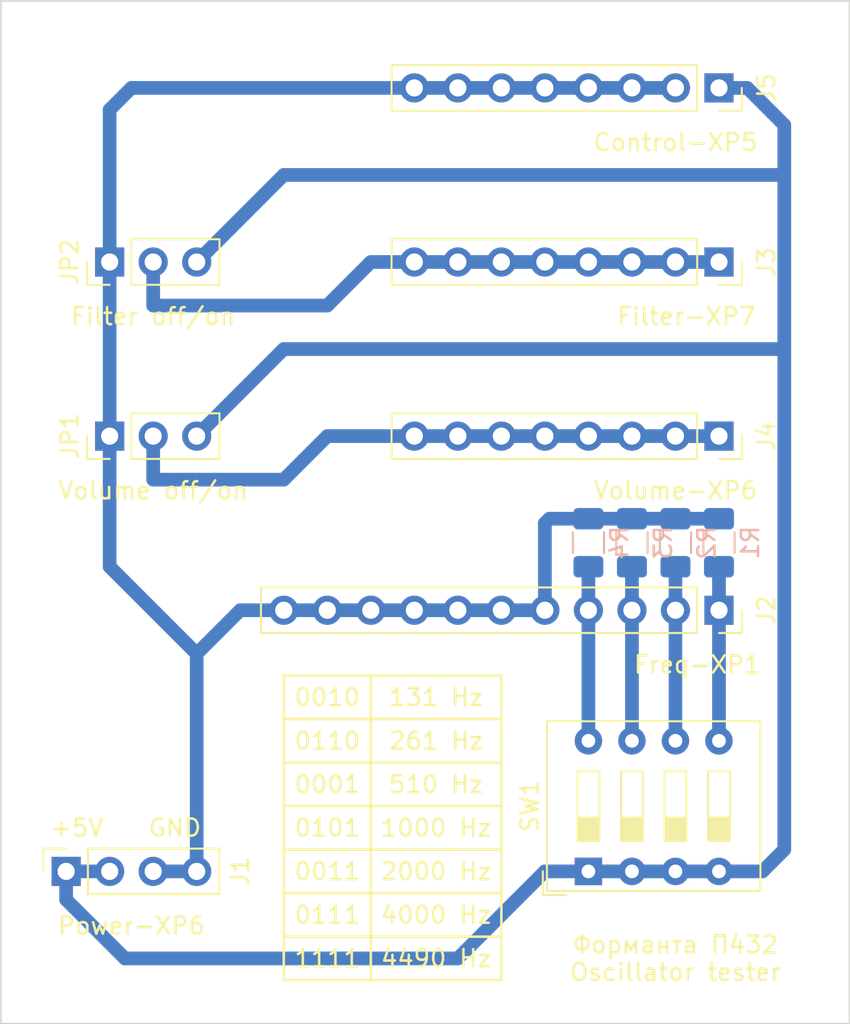
<source format=kicad_pcb>
(kicad_pcb (version 20171130) (host pcbnew "(5.1.5)-3")

  (general
    (thickness 1.6)
    (drawings 33)
    (tracks 51)
    (zones 0)
    (modules 12)
    (nets 9)
  )

  (page A4)
  (layers
    (0 F.Cu signal)
    (31 B.Cu signal)
    (32 B.Adhes user)
    (33 F.Adhes user)
    (34 B.Paste user)
    (35 F.Paste user)
    (36 B.SilkS user)
    (37 F.SilkS user)
    (38 B.Mask user)
    (39 F.Mask user)
    (40 Dwgs.User user)
    (41 Cmts.User user)
    (42 Eco1.User user)
    (43 Eco2.User user)
    (44 Edge.Cuts user)
    (45 Margin user)
    (46 B.CrtYd user)
    (47 F.CrtYd user)
    (48 B.Fab user)
    (49 F.Fab user)
  )

  (setup
    (last_trace_width 0.8)
    (trace_clearance 0.2)
    (zone_clearance 0.508)
    (zone_45_only no)
    (trace_min 0.2)
    (via_size 0.8)
    (via_drill 0.4)
    (via_min_size 0.4)
    (via_min_drill 0.3)
    (uvia_size 0.3)
    (uvia_drill 0.1)
    (uvias_allowed no)
    (uvia_min_size 0.2)
    (uvia_min_drill 0.1)
    (edge_width 0.1)
    (segment_width 0.2)
    (pcb_text_width 0.3)
    (pcb_text_size 1.5 1.5)
    (mod_edge_width 0.15)
    (mod_text_size 1 1)
    (mod_text_width 0.15)
    (pad_size 1.524 1.524)
    (pad_drill 0.762)
    (pad_to_mask_clearance 0)
    (aux_axis_origin 0 0)
    (visible_elements 7FFFFFFF)
    (pcbplotparams
      (layerselection 0x010fc_ffffffff)
      (usegerberextensions false)
      (usegerberattributes false)
      (usegerberadvancedattributes false)
      (creategerberjobfile false)
      (excludeedgelayer true)
      (linewidth 0.100000)
      (plotframeref false)
      (viasonmask false)
      (mode 1)
      (useauxorigin false)
      (hpglpennumber 1)
      (hpglpenspeed 20)
      (hpglpendiameter 15.000000)
      (psnegative false)
      (psa4output false)
      (plotreference true)
      (plotvalue true)
      (plotinvisibletext false)
      (padsonsilk false)
      (subtractmaskfromsilk false)
      (outputformat 1)
      (mirror false)
      (drillshape 1)
      (scaleselection 1)
      (outputdirectory ""))
  )

  (net 0 "")
  (net 1 GND)
  (net 2 +5V)
  (net 3 /FC0)
  (net 4 /FC1)
  (net 5 /FC2)
  (net 6 /FC3)
  (net 7 "Net-(J3-Pad1)")
  (net 8 "Net-(J4-Pad1)")

  (net_class Default "This is the default net class."
    (clearance 0.2)
    (trace_width 0.8)
    (via_dia 0.8)
    (via_drill 0.4)
    (uvia_dia 0.3)
    (uvia_drill 0.1)
    (add_net +5V)
    (add_net /FC0)
    (add_net /FC1)
    (add_net /FC2)
    (add_net /FC3)
    (add_net GND)
    (add_net "Net-(J3-Pad1)")
    (add_net "Net-(J4-Pad1)")
  )

  (module Connector_PinSocket_2.54mm:PinSocket_1x08_P2.54mm_Vertical (layer F.Cu) (tedit 5A19A420) (tstamp 5E8381A1)
    (at 73.66 48.26 270)
    (descr "Through hole straight socket strip, 1x08, 2.54mm pitch, single row (from Kicad 4.0.7), script generated")
    (tags "Through hole socket strip THT 1x08 2.54mm single row")
    (path /5E687A3A)
    (fp_text reference J5 (at 0 -2.77 90) (layer F.SilkS)
      (effects (font (size 1 1) (thickness 0.15)))
    )
    (fp_text value Control-XP5 (at 3.175 2.54 180) (layer F.SilkS)
      (effects (font (size 1 1) (thickness 0.15)))
    )
    (fp_text user %R (at 0 8.89) (layer F.Fab)
      (effects (font (size 1 1) (thickness 0.15)))
    )
    (fp_line (start -1.8 19.55) (end -1.8 -1.8) (layer F.CrtYd) (width 0.05))
    (fp_line (start 1.75 19.55) (end -1.8 19.55) (layer F.CrtYd) (width 0.05))
    (fp_line (start 1.75 -1.8) (end 1.75 19.55) (layer F.CrtYd) (width 0.05))
    (fp_line (start -1.8 -1.8) (end 1.75 -1.8) (layer F.CrtYd) (width 0.05))
    (fp_line (start 0 -1.33) (end 1.33 -1.33) (layer F.SilkS) (width 0.12))
    (fp_line (start 1.33 -1.33) (end 1.33 0) (layer F.SilkS) (width 0.12))
    (fp_line (start 1.33 1.27) (end 1.33 19.11) (layer F.SilkS) (width 0.12))
    (fp_line (start -1.33 19.11) (end 1.33 19.11) (layer F.SilkS) (width 0.12))
    (fp_line (start -1.33 1.27) (end -1.33 19.11) (layer F.SilkS) (width 0.12))
    (fp_line (start -1.33 1.27) (end 1.33 1.27) (layer F.SilkS) (width 0.12))
    (fp_line (start -1.27 19.05) (end -1.27 -1.27) (layer F.Fab) (width 0.1))
    (fp_line (start 1.27 19.05) (end -1.27 19.05) (layer F.Fab) (width 0.1))
    (fp_line (start 1.27 -0.635) (end 1.27 19.05) (layer F.Fab) (width 0.1))
    (fp_line (start 0.635 -1.27) (end 1.27 -0.635) (layer F.Fab) (width 0.1))
    (fp_line (start -1.27 -1.27) (end 0.635 -1.27) (layer F.Fab) (width 0.1))
    (pad 8 thru_hole oval (at 0 17.78 270) (size 1.7 1.7) (drill 1) (layers *.Cu *.Mask)
      (net 1 GND))
    (pad 7 thru_hole oval (at 0 15.24 270) (size 1.7 1.7) (drill 1) (layers *.Cu *.Mask)
      (net 1 GND))
    (pad 6 thru_hole oval (at 0 12.7 270) (size 1.7 1.7) (drill 1) (layers *.Cu *.Mask)
      (net 1 GND))
    (pad 5 thru_hole oval (at 0 10.16 270) (size 1.7 1.7) (drill 1) (layers *.Cu *.Mask)
      (net 1 GND))
    (pad 4 thru_hole oval (at 0 7.62 270) (size 1.7 1.7) (drill 1) (layers *.Cu *.Mask)
      (net 1 GND))
    (pad 3 thru_hole oval (at 0 5.08 270) (size 1.7 1.7) (drill 1) (layers *.Cu *.Mask)
      (net 1 GND))
    (pad 2 thru_hole oval (at 0 2.54 270) (size 1.7 1.7) (drill 1) (layers *.Cu *.Mask)
      (net 1 GND))
    (pad 1 thru_hole rect (at 0 0 270) (size 1.7 1.7) (drill 1) (layers *.Cu *.Mask)
      (net 2 +5V))
    (model ${KISYS3DMOD}/Connector_PinSocket_2.54mm.3dshapes/PinSocket_1x08_P2.54mm_Vertical.wrl
      (at (xyz 0 0 0))
      (scale (xyz 1 1 1))
      (rotate (xyz 0 0 0))
    )
  )

  (module Connector_PinSocket_2.54mm:PinSocket_1x08_P2.54mm_Vertical (layer F.Cu) (tedit 5A19A420) (tstamp 5E83817B)
    (at 73.66 68.58 270)
    (descr "Through hole straight socket strip, 1x08, 2.54mm pitch, single row (from Kicad 4.0.7), script generated")
    (tags "Through hole socket strip THT 1x08 2.54mm single row")
    (path /5E6BAF7F)
    (fp_text reference J4 (at 0 -2.77 90) (layer F.SilkS)
      (effects (font (size 1 1) (thickness 0.15)))
    )
    (fp_text value Volume-XP6 (at 3.175 2.54 180) (layer F.SilkS)
      (effects (font (size 1 1) (thickness 0.15)))
    )
    (fp_text user %R (at 0 8.89) (layer F.Fab)
      (effects (font (size 1 1) (thickness 0.15)))
    )
    (fp_line (start -1.8 19.55) (end -1.8 -1.8) (layer F.CrtYd) (width 0.05))
    (fp_line (start 1.75 19.55) (end -1.8 19.55) (layer F.CrtYd) (width 0.05))
    (fp_line (start 1.75 -1.8) (end 1.75 19.55) (layer F.CrtYd) (width 0.05))
    (fp_line (start -1.8 -1.8) (end 1.75 -1.8) (layer F.CrtYd) (width 0.05))
    (fp_line (start 0 -1.33) (end 1.33 -1.33) (layer F.SilkS) (width 0.12))
    (fp_line (start 1.33 -1.33) (end 1.33 0) (layer F.SilkS) (width 0.12))
    (fp_line (start 1.33 1.27) (end 1.33 19.11) (layer F.SilkS) (width 0.12))
    (fp_line (start -1.33 19.11) (end 1.33 19.11) (layer F.SilkS) (width 0.12))
    (fp_line (start -1.33 1.27) (end -1.33 19.11) (layer F.SilkS) (width 0.12))
    (fp_line (start -1.33 1.27) (end 1.33 1.27) (layer F.SilkS) (width 0.12))
    (fp_line (start -1.27 19.05) (end -1.27 -1.27) (layer F.Fab) (width 0.1))
    (fp_line (start 1.27 19.05) (end -1.27 19.05) (layer F.Fab) (width 0.1))
    (fp_line (start 1.27 -0.635) (end 1.27 19.05) (layer F.Fab) (width 0.1))
    (fp_line (start 0.635 -1.27) (end 1.27 -0.635) (layer F.Fab) (width 0.1))
    (fp_line (start -1.27 -1.27) (end 0.635 -1.27) (layer F.Fab) (width 0.1))
    (pad 8 thru_hole oval (at 0 17.78 270) (size 1.7 1.7) (drill 1) (layers *.Cu *.Mask)
      (net 8 "Net-(J4-Pad1)"))
    (pad 7 thru_hole oval (at 0 15.24 270) (size 1.7 1.7) (drill 1) (layers *.Cu *.Mask)
      (net 8 "Net-(J4-Pad1)"))
    (pad 6 thru_hole oval (at 0 12.7 270) (size 1.7 1.7) (drill 1) (layers *.Cu *.Mask)
      (net 8 "Net-(J4-Pad1)"))
    (pad 5 thru_hole oval (at 0 10.16 270) (size 1.7 1.7) (drill 1) (layers *.Cu *.Mask)
      (net 8 "Net-(J4-Pad1)"))
    (pad 4 thru_hole oval (at 0 7.62 270) (size 1.7 1.7) (drill 1) (layers *.Cu *.Mask)
      (net 8 "Net-(J4-Pad1)"))
    (pad 3 thru_hole oval (at 0 5.08 270) (size 1.7 1.7) (drill 1) (layers *.Cu *.Mask)
      (net 8 "Net-(J4-Pad1)"))
    (pad 2 thru_hole oval (at 0 2.54 270) (size 1.7 1.7) (drill 1) (layers *.Cu *.Mask)
      (net 8 "Net-(J4-Pad1)"))
    (pad 1 thru_hole rect (at 0 0 270) (size 1.7 1.7) (drill 1) (layers *.Cu *.Mask)
      (net 8 "Net-(J4-Pad1)"))
    (model ${KISYS3DMOD}/Connector_PinSocket_2.54mm.3dshapes/PinSocket_1x08_P2.54mm_Vertical.wrl
      (at (xyz 0 0 0))
      (scale (xyz 1 1 1))
      (rotate (xyz 0 0 0))
    )
  )

  (module Connector_PinSocket_2.54mm:PinSocket_1x08_P2.54mm_Vertical (layer F.Cu) (tedit 5A19A420) (tstamp 5E838155)
    (at 73.66 58.42 270)
    (descr "Through hole straight socket strip, 1x08, 2.54mm pitch, single row (from Kicad 4.0.7), script generated")
    (tags "Through hole socket strip THT 1x08 2.54mm single row")
    (path /5E6BBC8E)
    (fp_text reference J3 (at 0 -2.77 90) (layer F.SilkS)
      (effects (font (size 1 1) (thickness 0.15)))
    )
    (fp_text value Filter-XP7 (at 3.175 1.905 180) (layer F.SilkS)
      (effects (font (size 1 1) (thickness 0.15)))
    )
    (fp_text user %R (at 0 8.89) (layer F.Fab)
      (effects (font (size 1 1) (thickness 0.15)))
    )
    (fp_line (start -1.8 19.55) (end -1.8 -1.8) (layer F.CrtYd) (width 0.05))
    (fp_line (start 1.75 19.55) (end -1.8 19.55) (layer F.CrtYd) (width 0.05))
    (fp_line (start 1.75 -1.8) (end 1.75 19.55) (layer F.CrtYd) (width 0.05))
    (fp_line (start -1.8 -1.8) (end 1.75 -1.8) (layer F.CrtYd) (width 0.05))
    (fp_line (start 0 -1.33) (end 1.33 -1.33) (layer F.SilkS) (width 0.12))
    (fp_line (start 1.33 -1.33) (end 1.33 0) (layer F.SilkS) (width 0.12))
    (fp_line (start 1.33 1.27) (end 1.33 19.11) (layer F.SilkS) (width 0.12))
    (fp_line (start -1.33 19.11) (end 1.33 19.11) (layer F.SilkS) (width 0.12))
    (fp_line (start -1.33 1.27) (end -1.33 19.11) (layer F.SilkS) (width 0.12))
    (fp_line (start -1.33 1.27) (end 1.33 1.27) (layer F.SilkS) (width 0.12))
    (fp_line (start -1.27 19.05) (end -1.27 -1.27) (layer F.Fab) (width 0.1))
    (fp_line (start 1.27 19.05) (end -1.27 19.05) (layer F.Fab) (width 0.1))
    (fp_line (start 1.27 -0.635) (end 1.27 19.05) (layer F.Fab) (width 0.1))
    (fp_line (start 0.635 -1.27) (end 1.27 -0.635) (layer F.Fab) (width 0.1))
    (fp_line (start -1.27 -1.27) (end 0.635 -1.27) (layer F.Fab) (width 0.1))
    (pad 8 thru_hole oval (at 0 17.78 270) (size 1.7 1.7) (drill 1) (layers *.Cu *.Mask)
      (net 7 "Net-(J3-Pad1)"))
    (pad 7 thru_hole oval (at 0 15.24 270) (size 1.7 1.7) (drill 1) (layers *.Cu *.Mask)
      (net 7 "Net-(J3-Pad1)"))
    (pad 6 thru_hole oval (at 0 12.7 270) (size 1.7 1.7) (drill 1) (layers *.Cu *.Mask)
      (net 7 "Net-(J3-Pad1)"))
    (pad 5 thru_hole oval (at 0 10.16 270) (size 1.7 1.7) (drill 1) (layers *.Cu *.Mask)
      (net 7 "Net-(J3-Pad1)"))
    (pad 4 thru_hole oval (at 0 7.62 270) (size 1.7 1.7) (drill 1) (layers *.Cu *.Mask)
      (net 7 "Net-(J3-Pad1)"))
    (pad 3 thru_hole oval (at 0 5.08 270) (size 1.7 1.7) (drill 1) (layers *.Cu *.Mask)
      (net 7 "Net-(J3-Pad1)"))
    (pad 2 thru_hole oval (at 0 2.54 270) (size 1.7 1.7) (drill 1) (layers *.Cu *.Mask)
      (net 7 "Net-(J3-Pad1)"))
    (pad 1 thru_hole rect (at 0 0 270) (size 1.7 1.7) (drill 1) (layers *.Cu *.Mask)
      (net 7 "Net-(J3-Pad1)"))
    (model ${KISYS3DMOD}/Connector_PinSocket_2.54mm.3dshapes/PinSocket_1x08_P2.54mm_Vertical.wrl
      (at (xyz 0 0 0))
      (scale (xyz 1 1 1))
      (rotate (xyz 0 0 0))
    )
  )

  (module Connector_PinSocket_2.54mm:PinSocket_1x11_P2.54mm_Vertical (layer F.Cu) (tedit 5A19A42E) (tstamp 5E83812F)
    (at 73.66 78.74 270)
    (descr "Through hole straight socket strip, 1x11, 2.54mm pitch, single row (from Kicad 4.0.7), script generated")
    (tags "Through hole socket strip THT 1x11 2.54mm single row")
    (path /5E68560B)
    (fp_text reference J2 (at 0 -2.77 90) (layer F.SilkS)
      (effects (font (size 1 1) (thickness 0.15)))
    )
    (fp_text value Freq-XP1 (at 3.175 1.27 180) (layer F.SilkS)
      (effects (font (size 1 1) (thickness 0.15)))
    )
    (fp_text user %R (at 0 12.7) (layer F.Fab)
      (effects (font (size 1 1) (thickness 0.15)))
    )
    (fp_line (start -1.8 27.15) (end -1.8 -1.8) (layer F.CrtYd) (width 0.05))
    (fp_line (start 1.75 27.15) (end -1.8 27.15) (layer F.CrtYd) (width 0.05))
    (fp_line (start 1.75 -1.8) (end 1.75 27.15) (layer F.CrtYd) (width 0.05))
    (fp_line (start -1.8 -1.8) (end 1.75 -1.8) (layer F.CrtYd) (width 0.05))
    (fp_line (start 0 -1.33) (end 1.33 -1.33) (layer F.SilkS) (width 0.12))
    (fp_line (start 1.33 -1.33) (end 1.33 0) (layer F.SilkS) (width 0.12))
    (fp_line (start 1.33 1.27) (end 1.33 26.73) (layer F.SilkS) (width 0.12))
    (fp_line (start -1.33 26.73) (end 1.33 26.73) (layer F.SilkS) (width 0.12))
    (fp_line (start -1.33 1.27) (end -1.33 26.73) (layer F.SilkS) (width 0.12))
    (fp_line (start -1.33 1.27) (end 1.33 1.27) (layer F.SilkS) (width 0.12))
    (fp_line (start -1.27 26.67) (end -1.27 -1.27) (layer F.Fab) (width 0.1))
    (fp_line (start 1.27 26.67) (end -1.27 26.67) (layer F.Fab) (width 0.1))
    (fp_line (start 1.27 -0.635) (end 1.27 26.67) (layer F.Fab) (width 0.1))
    (fp_line (start 0.635 -1.27) (end 1.27 -0.635) (layer F.Fab) (width 0.1))
    (fp_line (start -1.27 -1.27) (end 0.635 -1.27) (layer F.Fab) (width 0.1))
    (pad 11 thru_hole oval (at 0 25.4 270) (size 1.7 1.7) (drill 1) (layers *.Cu *.Mask)
      (net 1 GND))
    (pad 10 thru_hole oval (at 0 22.86 270) (size 1.7 1.7) (drill 1) (layers *.Cu *.Mask)
      (net 1 GND))
    (pad 9 thru_hole oval (at 0 20.32 270) (size 1.7 1.7) (drill 1) (layers *.Cu *.Mask)
      (net 1 GND))
    (pad 8 thru_hole oval (at 0 17.78 270) (size 1.7 1.7) (drill 1) (layers *.Cu *.Mask)
      (net 1 GND))
    (pad 7 thru_hole oval (at 0 15.24 270) (size 1.7 1.7) (drill 1) (layers *.Cu *.Mask)
      (net 1 GND))
    (pad 6 thru_hole oval (at 0 12.7 270) (size 1.7 1.7) (drill 1) (layers *.Cu *.Mask)
      (net 1 GND))
    (pad 5 thru_hole oval (at 0 10.16 270) (size 1.7 1.7) (drill 1) (layers *.Cu *.Mask)
      (net 1 GND))
    (pad 4 thru_hole oval (at 0 7.62 270) (size 1.7 1.7) (drill 1) (layers *.Cu *.Mask)
      (net 3 /FC0))
    (pad 3 thru_hole oval (at 0 5.08 270) (size 1.7 1.7) (drill 1) (layers *.Cu *.Mask)
      (net 4 /FC1))
    (pad 2 thru_hole oval (at 0 2.54 270) (size 1.7 1.7) (drill 1) (layers *.Cu *.Mask)
      (net 5 /FC2))
    (pad 1 thru_hole rect (at 0 0 270) (size 1.7 1.7) (drill 1) (layers *.Cu *.Mask)
      (net 6 /FC3))
    (model ${KISYS3DMOD}/Connector_PinSocket_2.54mm.3dshapes/PinSocket_1x11_P2.54mm_Vertical.wrl
      (at (xyz 0 0 0))
      (scale (xyz 1 1 1))
      (rotate (xyz 0 0 0))
    )
  )

  (module Connector_PinSocket_2.54mm:PinSocket_1x04_P2.54mm_Vertical (layer F.Cu) (tedit 5A19A429) (tstamp 5E838103)
    (at 35.56 93.98 90)
    (descr "Through hole straight socket strip, 1x04, 2.54mm pitch, single row (from Kicad 4.0.7), script generated")
    (tags "Through hole socket strip THT 1x04 2.54mm single row")
    (path /5E812DC8)
    (fp_text reference J1 (at 0 10.16 90) (layer F.SilkS)
      (effects (font (size 1 1) (thickness 0.15)))
    )
    (fp_text value Power-XP6 (at -3.175 3.81 180) (layer F.SilkS)
      (effects (font (size 1 1) (thickness 0.15)))
    )
    (fp_text user %R (at 0 3.81) (layer F.Fab)
      (effects (font (size 1 1) (thickness 0.15)))
    )
    (fp_line (start -1.8 9.4) (end -1.8 -1.8) (layer F.CrtYd) (width 0.05))
    (fp_line (start 1.75 9.4) (end -1.8 9.4) (layer F.CrtYd) (width 0.05))
    (fp_line (start 1.75 -1.8) (end 1.75 9.4) (layer F.CrtYd) (width 0.05))
    (fp_line (start -1.8 -1.8) (end 1.75 -1.8) (layer F.CrtYd) (width 0.05))
    (fp_line (start 0 -1.33) (end 1.33 -1.33) (layer F.SilkS) (width 0.12))
    (fp_line (start 1.33 -1.33) (end 1.33 0) (layer F.SilkS) (width 0.12))
    (fp_line (start 1.33 1.27) (end 1.33 8.95) (layer F.SilkS) (width 0.12))
    (fp_line (start -1.33 8.95) (end 1.33 8.95) (layer F.SilkS) (width 0.12))
    (fp_line (start -1.33 1.27) (end -1.33 8.95) (layer F.SilkS) (width 0.12))
    (fp_line (start -1.33 1.27) (end 1.33 1.27) (layer F.SilkS) (width 0.12))
    (fp_line (start -1.27 8.89) (end -1.27 -1.27) (layer F.Fab) (width 0.1))
    (fp_line (start 1.27 8.89) (end -1.27 8.89) (layer F.Fab) (width 0.1))
    (fp_line (start 1.27 -0.635) (end 1.27 8.89) (layer F.Fab) (width 0.1))
    (fp_line (start 0.635 -1.27) (end 1.27 -0.635) (layer F.Fab) (width 0.1))
    (fp_line (start -1.27 -1.27) (end 0.635 -1.27) (layer F.Fab) (width 0.1))
    (pad 4 thru_hole oval (at 0 7.62 90) (size 1.7 1.7) (drill 1) (layers *.Cu *.Mask)
      (net 1 GND))
    (pad 3 thru_hole oval (at 0 5.08 90) (size 1.7 1.7) (drill 1) (layers *.Cu *.Mask)
      (net 1 GND))
    (pad 2 thru_hole oval (at 0 2.54 90) (size 1.7 1.7) (drill 1) (layers *.Cu *.Mask)
      (net 2 +5V))
    (pad 1 thru_hole rect (at 0 0 90) (size 1.7 1.7) (drill 1) (layers *.Cu *.Mask)
      (net 2 +5V))
    (model ${KISYS3DMOD}/Connector_PinSocket_2.54mm.3dshapes/PinSocket_1x04_P2.54mm_Vertical.wrl
      (at (xyz 0 0 0))
      (scale (xyz 1 1 1))
      (rotate (xyz 0 0 0))
    )
  )

  (module Button_Switch_THT:SW_DIP_SPSTx04_Slide_9.78x12.34mm_W7.62mm_P2.54mm (layer F.Cu) (tedit 5A4E1404) (tstamp 5E8382B0)
    (at 66.04 93.98 90)
    (descr "4x-dip-switch SPST , Slide, row spacing 7.62 mm (300 mils), body size 9.78x12.34mm (see e.g. https://www.ctscorp.com/wp-content/uploads/206-208.pdf)")
    (tags "DIP Switch SPST Slide 7.62mm 300mil")
    (path /5E857AA0)
    (fp_text reference SW1 (at 3.81 -3.42 90) (layer F.SilkS)
      (effects (font (size 1 1) (thickness 0.15)))
    )
    (fp_text value SW_DIP_x04 (at 3.81 11.04 90) (layer F.Fab)
      (effects (font (size 1 1) (thickness 0.15)))
    )
    (fp_text user on (at 5.365 -1.4975 90) (layer F.Fab)
      (effects (font (size 0.8 0.8) (thickness 0.12)))
    )
    (fp_text user %R (at 7.27 3.81) (layer F.Fab)
      (effects (font (size 0.8 0.8) (thickness 0.12)))
    )
    (fp_line (start 8.95 -2.7) (end -1.35 -2.7) (layer F.CrtYd) (width 0.05))
    (fp_line (start 8.95 10.3) (end 8.95 -2.7) (layer F.CrtYd) (width 0.05))
    (fp_line (start -1.35 10.3) (end 8.95 10.3) (layer F.CrtYd) (width 0.05))
    (fp_line (start -1.35 -2.7) (end -1.35 10.3) (layer F.CrtYd) (width 0.05))
    (fp_line (start 3.133333 6.985) (end 3.133333 8.255) (layer F.SilkS) (width 0.12))
    (fp_line (start 1.78 8.185) (end 3.133333 8.185) (layer F.SilkS) (width 0.12))
    (fp_line (start 1.78 8.065) (end 3.133333 8.065) (layer F.SilkS) (width 0.12))
    (fp_line (start 1.78 7.945) (end 3.133333 7.945) (layer F.SilkS) (width 0.12))
    (fp_line (start 1.78 7.825) (end 3.133333 7.825) (layer F.SilkS) (width 0.12))
    (fp_line (start 1.78 7.705) (end 3.133333 7.705) (layer F.SilkS) (width 0.12))
    (fp_line (start 1.78 7.585) (end 3.133333 7.585) (layer F.SilkS) (width 0.12))
    (fp_line (start 1.78 7.465) (end 3.133333 7.465) (layer F.SilkS) (width 0.12))
    (fp_line (start 1.78 7.345) (end 3.133333 7.345) (layer F.SilkS) (width 0.12))
    (fp_line (start 1.78 7.225) (end 3.133333 7.225) (layer F.SilkS) (width 0.12))
    (fp_line (start 1.78 7.105) (end 3.133333 7.105) (layer F.SilkS) (width 0.12))
    (fp_line (start 5.84 6.985) (end 1.78 6.985) (layer F.SilkS) (width 0.12))
    (fp_line (start 5.84 8.255) (end 5.84 6.985) (layer F.SilkS) (width 0.12))
    (fp_line (start 1.78 8.255) (end 5.84 8.255) (layer F.SilkS) (width 0.12))
    (fp_line (start 1.78 6.985) (end 1.78 8.255) (layer F.SilkS) (width 0.12))
    (fp_line (start 3.133333 4.445) (end 3.133333 5.715) (layer F.SilkS) (width 0.12))
    (fp_line (start 1.78 5.645) (end 3.133333 5.645) (layer F.SilkS) (width 0.12))
    (fp_line (start 1.78 5.525) (end 3.133333 5.525) (layer F.SilkS) (width 0.12))
    (fp_line (start 1.78 5.405) (end 3.133333 5.405) (layer F.SilkS) (width 0.12))
    (fp_line (start 1.78 5.285) (end 3.133333 5.285) (layer F.SilkS) (width 0.12))
    (fp_line (start 1.78 5.165) (end 3.133333 5.165) (layer F.SilkS) (width 0.12))
    (fp_line (start 1.78 5.045) (end 3.133333 5.045) (layer F.SilkS) (width 0.12))
    (fp_line (start 1.78 4.925) (end 3.133333 4.925) (layer F.SilkS) (width 0.12))
    (fp_line (start 1.78 4.805) (end 3.133333 4.805) (layer F.SilkS) (width 0.12))
    (fp_line (start 1.78 4.685) (end 3.133333 4.685) (layer F.SilkS) (width 0.12))
    (fp_line (start 1.78 4.565) (end 3.133333 4.565) (layer F.SilkS) (width 0.12))
    (fp_line (start 5.84 4.445) (end 1.78 4.445) (layer F.SilkS) (width 0.12))
    (fp_line (start 5.84 5.715) (end 5.84 4.445) (layer F.SilkS) (width 0.12))
    (fp_line (start 1.78 5.715) (end 5.84 5.715) (layer F.SilkS) (width 0.12))
    (fp_line (start 1.78 4.445) (end 1.78 5.715) (layer F.SilkS) (width 0.12))
    (fp_line (start 3.133333 1.905) (end 3.133333 3.175) (layer F.SilkS) (width 0.12))
    (fp_line (start 1.78 3.105) (end 3.133333 3.105) (layer F.SilkS) (width 0.12))
    (fp_line (start 1.78 2.985) (end 3.133333 2.985) (layer F.SilkS) (width 0.12))
    (fp_line (start 1.78 2.865) (end 3.133333 2.865) (layer F.SilkS) (width 0.12))
    (fp_line (start 1.78 2.745) (end 3.133333 2.745) (layer F.SilkS) (width 0.12))
    (fp_line (start 1.78 2.625) (end 3.133333 2.625) (layer F.SilkS) (width 0.12))
    (fp_line (start 1.78 2.505) (end 3.133333 2.505) (layer F.SilkS) (width 0.12))
    (fp_line (start 1.78 2.385) (end 3.133333 2.385) (layer F.SilkS) (width 0.12))
    (fp_line (start 1.78 2.265) (end 3.133333 2.265) (layer F.SilkS) (width 0.12))
    (fp_line (start 1.78 2.145) (end 3.133333 2.145) (layer F.SilkS) (width 0.12))
    (fp_line (start 1.78 2.025) (end 3.133333 2.025) (layer F.SilkS) (width 0.12))
    (fp_line (start 5.84 1.905) (end 1.78 1.905) (layer F.SilkS) (width 0.12))
    (fp_line (start 5.84 3.175) (end 5.84 1.905) (layer F.SilkS) (width 0.12))
    (fp_line (start 1.78 3.175) (end 5.84 3.175) (layer F.SilkS) (width 0.12))
    (fp_line (start 1.78 1.905) (end 1.78 3.175) (layer F.SilkS) (width 0.12))
    (fp_line (start 3.133333 -0.635) (end 3.133333 0.635) (layer F.SilkS) (width 0.12))
    (fp_line (start 1.78 0.565) (end 3.133333 0.565) (layer F.SilkS) (width 0.12))
    (fp_line (start 1.78 0.445) (end 3.133333 0.445) (layer F.SilkS) (width 0.12))
    (fp_line (start 1.78 0.325) (end 3.133333 0.325) (layer F.SilkS) (width 0.12))
    (fp_line (start 1.78 0.205) (end 3.133333 0.205) (layer F.SilkS) (width 0.12))
    (fp_line (start 1.78 0.085) (end 3.133333 0.085) (layer F.SilkS) (width 0.12))
    (fp_line (start 1.78 -0.035) (end 3.133333 -0.035) (layer F.SilkS) (width 0.12))
    (fp_line (start 1.78 -0.155) (end 3.133333 -0.155) (layer F.SilkS) (width 0.12))
    (fp_line (start 1.78 -0.275) (end 3.133333 -0.275) (layer F.SilkS) (width 0.12))
    (fp_line (start 1.78 -0.395) (end 3.133333 -0.395) (layer F.SilkS) (width 0.12))
    (fp_line (start 1.78 -0.515) (end 3.133333 -0.515) (layer F.SilkS) (width 0.12))
    (fp_line (start 5.84 -0.635) (end 1.78 -0.635) (layer F.SilkS) (width 0.12))
    (fp_line (start 5.84 0.635) (end 5.84 -0.635) (layer F.SilkS) (width 0.12))
    (fp_line (start 1.78 0.635) (end 5.84 0.635) (layer F.SilkS) (width 0.12))
    (fp_line (start 1.78 -0.635) (end 1.78 0.635) (layer F.SilkS) (width 0.12))
    (fp_line (start -1.38 -2.66) (end -1.38 -1.277) (layer F.SilkS) (width 0.12))
    (fp_line (start -1.38 -2.66) (end 0.004 -2.66) (layer F.SilkS) (width 0.12))
    (fp_line (start 8.76 -2.42) (end 8.76 10.04) (layer F.SilkS) (width 0.12))
    (fp_line (start -1.14 -2.42) (end -1.14 10.04) (layer F.SilkS) (width 0.12))
    (fp_line (start -1.14 10.04) (end 8.76 10.04) (layer F.SilkS) (width 0.12))
    (fp_line (start -1.14 -2.42) (end 8.76 -2.42) (layer F.SilkS) (width 0.12))
    (fp_line (start 3.133333 6.985) (end 3.133333 8.255) (layer F.Fab) (width 0.1))
    (fp_line (start 1.78 8.185) (end 3.133333 8.185) (layer F.Fab) (width 0.1))
    (fp_line (start 1.78 8.085) (end 3.133333 8.085) (layer F.Fab) (width 0.1))
    (fp_line (start 1.78 7.985) (end 3.133333 7.985) (layer F.Fab) (width 0.1))
    (fp_line (start 1.78 7.885) (end 3.133333 7.885) (layer F.Fab) (width 0.1))
    (fp_line (start 1.78 7.785) (end 3.133333 7.785) (layer F.Fab) (width 0.1))
    (fp_line (start 1.78 7.685) (end 3.133333 7.685) (layer F.Fab) (width 0.1))
    (fp_line (start 1.78 7.585) (end 3.133333 7.585) (layer F.Fab) (width 0.1))
    (fp_line (start 1.78 7.485) (end 3.133333 7.485) (layer F.Fab) (width 0.1))
    (fp_line (start 1.78 7.385) (end 3.133333 7.385) (layer F.Fab) (width 0.1))
    (fp_line (start 1.78 7.285) (end 3.133333 7.285) (layer F.Fab) (width 0.1))
    (fp_line (start 1.78 7.185) (end 3.133333 7.185) (layer F.Fab) (width 0.1))
    (fp_line (start 1.78 7.085) (end 3.133333 7.085) (layer F.Fab) (width 0.1))
    (fp_line (start 5.84 6.985) (end 1.78 6.985) (layer F.Fab) (width 0.1))
    (fp_line (start 5.84 8.255) (end 5.84 6.985) (layer F.Fab) (width 0.1))
    (fp_line (start 1.78 8.255) (end 5.84 8.255) (layer F.Fab) (width 0.1))
    (fp_line (start 1.78 6.985) (end 1.78 8.255) (layer F.Fab) (width 0.1))
    (fp_line (start 3.133333 4.445) (end 3.133333 5.715) (layer F.Fab) (width 0.1))
    (fp_line (start 1.78 5.645) (end 3.133333 5.645) (layer F.Fab) (width 0.1))
    (fp_line (start 1.78 5.545) (end 3.133333 5.545) (layer F.Fab) (width 0.1))
    (fp_line (start 1.78 5.445) (end 3.133333 5.445) (layer F.Fab) (width 0.1))
    (fp_line (start 1.78 5.345) (end 3.133333 5.345) (layer F.Fab) (width 0.1))
    (fp_line (start 1.78 5.245) (end 3.133333 5.245) (layer F.Fab) (width 0.1))
    (fp_line (start 1.78 5.145) (end 3.133333 5.145) (layer F.Fab) (width 0.1))
    (fp_line (start 1.78 5.045) (end 3.133333 5.045) (layer F.Fab) (width 0.1))
    (fp_line (start 1.78 4.945) (end 3.133333 4.945) (layer F.Fab) (width 0.1))
    (fp_line (start 1.78 4.845) (end 3.133333 4.845) (layer F.Fab) (width 0.1))
    (fp_line (start 1.78 4.745) (end 3.133333 4.745) (layer F.Fab) (width 0.1))
    (fp_line (start 1.78 4.645) (end 3.133333 4.645) (layer F.Fab) (width 0.1))
    (fp_line (start 1.78 4.545) (end 3.133333 4.545) (layer F.Fab) (width 0.1))
    (fp_line (start 5.84 4.445) (end 1.78 4.445) (layer F.Fab) (width 0.1))
    (fp_line (start 5.84 5.715) (end 5.84 4.445) (layer F.Fab) (width 0.1))
    (fp_line (start 1.78 5.715) (end 5.84 5.715) (layer F.Fab) (width 0.1))
    (fp_line (start 1.78 4.445) (end 1.78 5.715) (layer F.Fab) (width 0.1))
    (fp_line (start 3.133333 1.905) (end 3.133333 3.175) (layer F.Fab) (width 0.1))
    (fp_line (start 1.78 3.105) (end 3.133333 3.105) (layer F.Fab) (width 0.1))
    (fp_line (start 1.78 3.005) (end 3.133333 3.005) (layer F.Fab) (width 0.1))
    (fp_line (start 1.78 2.905) (end 3.133333 2.905) (layer F.Fab) (width 0.1))
    (fp_line (start 1.78 2.805) (end 3.133333 2.805) (layer F.Fab) (width 0.1))
    (fp_line (start 1.78 2.705) (end 3.133333 2.705) (layer F.Fab) (width 0.1))
    (fp_line (start 1.78 2.605) (end 3.133333 2.605) (layer F.Fab) (width 0.1))
    (fp_line (start 1.78 2.505) (end 3.133333 2.505) (layer F.Fab) (width 0.1))
    (fp_line (start 1.78 2.405) (end 3.133333 2.405) (layer F.Fab) (width 0.1))
    (fp_line (start 1.78 2.305) (end 3.133333 2.305) (layer F.Fab) (width 0.1))
    (fp_line (start 1.78 2.205) (end 3.133333 2.205) (layer F.Fab) (width 0.1))
    (fp_line (start 1.78 2.105) (end 3.133333 2.105) (layer F.Fab) (width 0.1))
    (fp_line (start 1.78 2.005) (end 3.133333 2.005) (layer F.Fab) (width 0.1))
    (fp_line (start 5.84 1.905) (end 1.78 1.905) (layer F.Fab) (width 0.1))
    (fp_line (start 5.84 3.175) (end 5.84 1.905) (layer F.Fab) (width 0.1))
    (fp_line (start 1.78 3.175) (end 5.84 3.175) (layer F.Fab) (width 0.1))
    (fp_line (start 1.78 1.905) (end 1.78 3.175) (layer F.Fab) (width 0.1))
    (fp_line (start 3.133333 -0.635) (end 3.133333 0.635) (layer F.Fab) (width 0.1))
    (fp_line (start 1.78 0.565) (end 3.133333 0.565) (layer F.Fab) (width 0.1))
    (fp_line (start 1.78 0.465) (end 3.133333 0.465) (layer F.Fab) (width 0.1))
    (fp_line (start 1.78 0.365) (end 3.133333 0.365) (layer F.Fab) (width 0.1))
    (fp_line (start 1.78 0.265) (end 3.133333 0.265) (layer F.Fab) (width 0.1))
    (fp_line (start 1.78 0.165) (end 3.133333 0.165) (layer F.Fab) (width 0.1))
    (fp_line (start 1.78 0.065) (end 3.133333 0.065) (layer F.Fab) (width 0.1))
    (fp_line (start 1.78 -0.035) (end 3.133333 -0.035) (layer F.Fab) (width 0.1))
    (fp_line (start 1.78 -0.135) (end 3.133333 -0.135) (layer F.Fab) (width 0.1))
    (fp_line (start 1.78 -0.235) (end 3.133333 -0.235) (layer F.Fab) (width 0.1))
    (fp_line (start 1.78 -0.335) (end 3.133333 -0.335) (layer F.Fab) (width 0.1))
    (fp_line (start 1.78 -0.435) (end 3.133333 -0.435) (layer F.Fab) (width 0.1))
    (fp_line (start 1.78 -0.535) (end 3.133333 -0.535) (layer F.Fab) (width 0.1))
    (fp_line (start 5.84 -0.635) (end 1.78 -0.635) (layer F.Fab) (width 0.1))
    (fp_line (start 5.84 0.635) (end 5.84 -0.635) (layer F.Fab) (width 0.1))
    (fp_line (start 1.78 0.635) (end 5.84 0.635) (layer F.Fab) (width 0.1))
    (fp_line (start 1.78 -0.635) (end 1.78 0.635) (layer F.Fab) (width 0.1))
    (fp_line (start -1.08 -1.36) (end -0.08 -2.36) (layer F.Fab) (width 0.1))
    (fp_line (start -1.08 9.98) (end -1.08 -1.36) (layer F.Fab) (width 0.1))
    (fp_line (start 8.7 9.98) (end -1.08 9.98) (layer F.Fab) (width 0.1))
    (fp_line (start 8.7 -2.36) (end 8.7 9.98) (layer F.Fab) (width 0.1))
    (fp_line (start -0.08 -2.36) (end 8.7 -2.36) (layer F.Fab) (width 0.1))
    (pad 8 thru_hole oval (at 7.62 0 90) (size 1.6 1.6) (drill 0.8) (layers *.Cu *.Mask)
      (net 3 /FC0))
    (pad 4 thru_hole oval (at 0 7.62 90) (size 1.6 1.6) (drill 0.8) (layers *.Cu *.Mask)
      (net 2 +5V))
    (pad 7 thru_hole oval (at 7.62 2.54 90) (size 1.6 1.6) (drill 0.8) (layers *.Cu *.Mask)
      (net 4 /FC1))
    (pad 3 thru_hole oval (at 0 5.08 90) (size 1.6 1.6) (drill 0.8) (layers *.Cu *.Mask)
      (net 2 +5V))
    (pad 6 thru_hole oval (at 7.62 5.08 90) (size 1.6 1.6) (drill 0.8) (layers *.Cu *.Mask)
      (net 5 /FC2))
    (pad 2 thru_hole oval (at 0 2.54 90) (size 1.6 1.6) (drill 0.8) (layers *.Cu *.Mask)
      (net 2 +5V))
    (pad 5 thru_hole oval (at 7.62 7.62 90) (size 1.6 1.6) (drill 0.8) (layers *.Cu *.Mask)
      (net 6 /FC3))
    (pad 1 thru_hole rect (at 0 0 90) (size 1.6 1.6) (drill 0.8) (layers *.Cu *.Mask)
      (net 2 +5V))
    (model ${KISYS3DMOD}/Button_Switch_THT.3dshapes/SW_DIP_SPSTx04_Slide_9.78x12.34mm_W7.62mm_P2.54mm.wrl
      (at (xyz 0 0 0))
      (scale (xyz 1 1 1))
      (rotate (xyz 0 0 90))
    )
  )

  (module Resistor_SMD:R_1206_3216Metric (layer B.Cu) (tedit 5B301BBD) (tstamp 5E83E9E9)
    (at 66.04 74.8 90)
    (descr "Resistor SMD 1206 (3216 Metric), square (rectangular) end terminal, IPC_7351 nominal, (Body size source: http://www.tortai-tech.com/upload/download/2011102023233369053.pdf), generated with kicad-footprint-generator")
    (tags resistor)
    (path /5E8FBD18)
    (attr smd)
    (fp_text reference R4 (at 0 1.82 270) (layer B.SilkS)
      (effects (font (size 1 1) (thickness 0.15)) (justify mirror))
    )
    (fp_text value 220 (at 0 -1.82 270) (layer B.Fab)
      (effects (font (size 1 1) (thickness 0.15)) (justify mirror))
    )
    (fp_line (start -1.6 -0.8) (end -1.6 0.8) (layer B.Fab) (width 0.1))
    (fp_line (start -1.6 0.8) (end 1.6 0.8) (layer B.Fab) (width 0.1))
    (fp_line (start 1.6 0.8) (end 1.6 -0.8) (layer B.Fab) (width 0.1))
    (fp_line (start 1.6 -0.8) (end -1.6 -0.8) (layer B.Fab) (width 0.1))
    (fp_line (start -0.602064 0.91) (end 0.602064 0.91) (layer B.SilkS) (width 0.12))
    (fp_line (start -0.602064 -0.91) (end 0.602064 -0.91) (layer B.SilkS) (width 0.12))
    (fp_line (start -2.28 -1.12) (end -2.28 1.12) (layer B.CrtYd) (width 0.05))
    (fp_line (start -2.28 1.12) (end 2.28 1.12) (layer B.CrtYd) (width 0.05))
    (fp_line (start 2.28 1.12) (end 2.28 -1.12) (layer B.CrtYd) (width 0.05))
    (fp_line (start 2.28 -1.12) (end -2.28 -1.12) (layer B.CrtYd) (width 0.05))
    (fp_text user %R (at 0 0 270) (layer B.Fab)
      (effects (font (size 0.8 0.8) (thickness 0.12)) (justify mirror))
    )
    (pad 1 smd roundrect (at -1.4 0 90) (size 1.25 1.75) (layers B.Cu B.Paste B.Mask) (roundrect_rratio 0.2)
      (net 3 /FC0))
    (pad 2 smd roundrect (at 1.4 0 90) (size 1.25 1.75) (layers B.Cu B.Paste B.Mask) (roundrect_rratio 0.2)
      (net 1 GND))
    (model ${KISYS3DMOD}/Resistor_SMD.3dshapes/R_1206_3216Metric.wrl
      (at (xyz 0 0 0))
      (scale (xyz 1 1 1))
      (rotate (xyz 0 0 0))
    )
  )

  (module Resistor_SMD:R_1206_3216Metric (layer B.Cu) (tedit 5B301BBD) (tstamp 5E83EA19)
    (at 68.58 74.8 90)
    (descr "Resistor SMD 1206 (3216 Metric), square (rectangular) end terminal, IPC_7351 nominal, (Body size source: http://www.tortai-tech.com/upload/download/2011102023233369053.pdf), generated with kicad-footprint-generator")
    (tags resistor)
    (path /5E8FBB02)
    (attr smd)
    (fp_text reference R3 (at 0 1.82 270) (layer B.SilkS)
      (effects (font (size 1 1) (thickness 0.15)) (justify mirror))
    )
    (fp_text value 220 (at 0 -1.82 270) (layer B.Fab)
      (effects (font (size 1 1) (thickness 0.15)) (justify mirror))
    )
    (fp_line (start -1.6 -0.8) (end -1.6 0.8) (layer B.Fab) (width 0.1))
    (fp_line (start -1.6 0.8) (end 1.6 0.8) (layer B.Fab) (width 0.1))
    (fp_line (start 1.6 0.8) (end 1.6 -0.8) (layer B.Fab) (width 0.1))
    (fp_line (start 1.6 -0.8) (end -1.6 -0.8) (layer B.Fab) (width 0.1))
    (fp_line (start -0.602064 0.91) (end 0.602064 0.91) (layer B.SilkS) (width 0.12))
    (fp_line (start -0.602064 -0.91) (end 0.602064 -0.91) (layer B.SilkS) (width 0.12))
    (fp_line (start -2.28 -1.12) (end -2.28 1.12) (layer B.CrtYd) (width 0.05))
    (fp_line (start -2.28 1.12) (end 2.28 1.12) (layer B.CrtYd) (width 0.05))
    (fp_line (start 2.28 1.12) (end 2.28 -1.12) (layer B.CrtYd) (width 0.05))
    (fp_line (start 2.28 -1.12) (end -2.28 -1.12) (layer B.CrtYd) (width 0.05))
    (fp_text user %R (at 0 0 270) (layer B.Fab)
      (effects (font (size 0.8 0.8) (thickness 0.12)) (justify mirror))
    )
    (pad 1 smd roundrect (at -1.4 0 90) (size 1.25 1.75) (layers B.Cu B.Paste B.Mask) (roundrect_rratio 0.2)
      (net 4 /FC1))
    (pad 2 smd roundrect (at 1.4 0 90) (size 1.25 1.75) (layers B.Cu B.Paste B.Mask) (roundrect_rratio 0.2)
      (net 1 GND))
    (model ${KISYS3DMOD}/Resistor_SMD.3dshapes/R_1206_3216Metric.wrl
      (at (xyz 0 0 0))
      (scale (xyz 1 1 1))
      (rotate (xyz 0 0 0))
    )
  )

  (module Resistor_SMD:R_1206_3216Metric (layer B.Cu) (tedit 5B301BBD) (tstamp 5E83EA93)
    (at 71.12 74.8 90)
    (descr "Resistor SMD 1206 (3216 Metric), square (rectangular) end terminal, IPC_7351 nominal, (Body size source: http://www.tortai-tech.com/upload/download/2011102023233369053.pdf), generated with kicad-footprint-generator")
    (tags resistor)
    (path /5E8FB99E)
    (attr smd)
    (fp_text reference R2 (at 0 1.82 270) (layer B.SilkS)
      (effects (font (size 1 1) (thickness 0.15)) (justify mirror))
    )
    (fp_text value 220 (at 0 -1.82 270) (layer B.Fab)
      (effects (font (size 1 1) (thickness 0.15)) (justify mirror))
    )
    (fp_line (start -1.6 -0.8) (end -1.6 0.8) (layer B.Fab) (width 0.1))
    (fp_line (start -1.6 0.8) (end 1.6 0.8) (layer B.Fab) (width 0.1))
    (fp_line (start 1.6 0.8) (end 1.6 -0.8) (layer B.Fab) (width 0.1))
    (fp_line (start 1.6 -0.8) (end -1.6 -0.8) (layer B.Fab) (width 0.1))
    (fp_line (start -0.602064 0.91) (end 0.602064 0.91) (layer B.SilkS) (width 0.12))
    (fp_line (start -0.602064 -0.91) (end 0.602064 -0.91) (layer B.SilkS) (width 0.12))
    (fp_line (start -2.28 -1.12) (end -2.28 1.12) (layer B.CrtYd) (width 0.05))
    (fp_line (start -2.28 1.12) (end 2.28 1.12) (layer B.CrtYd) (width 0.05))
    (fp_line (start 2.28 1.12) (end 2.28 -1.12) (layer B.CrtYd) (width 0.05))
    (fp_line (start 2.28 -1.12) (end -2.28 -1.12) (layer B.CrtYd) (width 0.05))
    (fp_text user %R (at 0 0 270) (layer B.Fab)
      (effects (font (size 0.8 0.8) (thickness 0.12)) (justify mirror))
    )
    (pad 1 smd roundrect (at -1.4 0 90) (size 1.25 1.75) (layers B.Cu B.Paste B.Mask) (roundrect_rratio 0.2)
      (net 5 /FC2))
    (pad 2 smd roundrect (at 1.4 0 90) (size 1.25 1.75) (layers B.Cu B.Paste B.Mask) (roundrect_rratio 0.2)
      (net 1 GND))
    (model ${KISYS3DMOD}/Resistor_SMD.3dshapes/R_1206_3216Metric.wrl
      (at (xyz 0 0 0))
      (scale (xyz 1 1 1))
      (rotate (xyz 0 0 0))
    )
  )

  (module Resistor_SMD:R_1206_3216Metric (layer B.Cu) (tedit 5B301BBD) (tstamp 5E83EB56)
    (at 73.66 74.8 90)
    (descr "Resistor SMD 1206 (3216 Metric), square (rectangular) end terminal, IPC_7351 nominal, (Body size source: http://www.tortai-tech.com/upload/download/2011102023233369053.pdf), generated with kicad-footprint-generator")
    (tags resistor)
    (path /5E8FA940)
    (attr smd)
    (fp_text reference R1 (at 0 1.82 270) (layer B.SilkS)
      (effects (font (size 1 1) (thickness 0.15)) (justify mirror))
    )
    (fp_text value 220 (at 0 -1.82 270) (layer B.Fab)
      (effects (font (size 1 1) (thickness 0.15)) (justify mirror))
    )
    (fp_line (start -1.6 -0.8) (end -1.6 0.8) (layer B.Fab) (width 0.1))
    (fp_line (start -1.6 0.8) (end 1.6 0.8) (layer B.Fab) (width 0.1))
    (fp_line (start 1.6 0.8) (end 1.6 -0.8) (layer B.Fab) (width 0.1))
    (fp_line (start 1.6 -0.8) (end -1.6 -0.8) (layer B.Fab) (width 0.1))
    (fp_line (start -0.602064 0.91) (end 0.602064 0.91) (layer B.SilkS) (width 0.12))
    (fp_line (start -0.602064 -0.91) (end 0.602064 -0.91) (layer B.SilkS) (width 0.12))
    (fp_line (start -2.28 -1.12) (end -2.28 1.12) (layer B.CrtYd) (width 0.05))
    (fp_line (start -2.28 1.12) (end 2.28 1.12) (layer B.CrtYd) (width 0.05))
    (fp_line (start 2.28 1.12) (end 2.28 -1.12) (layer B.CrtYd) (width 0.05))
    (fp_line (start 2.28 -1.12) (end -2.28 -1.12) (layer B.CrtYd) (width 0.05))
    (fp_text user %R (at 0 0 270) (layer B.Fab)
      (effects (font (size 0.8 0.8) (thickness 0.12)) (justify mirror))
    )
    (pad 1 smd roundrect (at -1.4 0 90) (size 1.25 1.75) (layers B.Cu B.Paste B.Mask) (roundrect_rratio 0.2)
      (net 6 /FC3))
    (pad 2 smd roundrect (at 1.4 0 90) (size 1.25 1.75) (layers B.Cu B.Paste B.Mask) (roundrect_rratio 0.2)
      (net 1 GND))
    (model ${KISYS3DMOD}/Resistor_SMD.3dshapes/R_1206_3216Metric.wrl
      (at (xyz 0 0 0))
      (scale (xyz 1 1 1))
      (rotate (xyz 0 0 0))
    )
  )

  (module Connector_PinHeader_2.54mm:PinHeader_1x03_P2.54mm_Vertical (layer F.Cu) (tedit 59FED5CC) (tstamp 5E83E51D)
    (at 38.1 58.42 90)
    (descr "Through hole straight pin header, 1x03, 2.54mm pitch, single row")
    (tags "Through hole pin header THT 1x03 2.54mm single row")
    (path /5E8BE8F9)
    (fp_text reference JP2 (at 0 -2.33 90) (layer F.SilkS)
      (effects (font (size 1 1) (thickness 0.15)))
    )
    (fp_text value "Filter off/on" (at -3.175 2.54 180) (layer F.SilkS)
      (effects (font (size 1 1) (thickness 0.15)))
    )
    (fp_text user %R (at 0 2.54) (layer F.Fab)
      (effects (font (size 1 1) (thickness 0.15)))
    )
    (fp_line (start 1.8 -1.8) (end -1.8 -1.8) (layer F.CrtYd) (width 0.05))
    (fp_line (start 1.8 6.85) (end 1.8 -1.8) (layer F.CrtYd) (width 0.05))
    (fp_line (start -1.8 6.85) (end 1.8 6.85) (layer F.CrtYd) (width 0.05))
    (fp_line (start -1.8 -1.8) (end -1.8 6.85) (layer F.CrtYd) (width 0.05))
    (fp_line (start -1.33 -1.33) (end 0 -1.33) (layer F.SilkS) (width 0.12))
    (fp_line (start -1.33 0) (end -1.33 -1.33) (layer F.SilkS) (width 0.12))
    (fp_line (start -1.33 1.27) (end 1.33 1.27) (layer F.SilkS) (width 0.12))
    (fp_line (start 1.33 1.27) (end 1.33 6.41) (layer F.SilkS) (width 0.12))
    (fp_line (start -1.33 1.27) (end -1.33 6.41) (layer F.SilkS) (width 0.12))
    (fp_line (start -1.33 6.41) (end 1.33 6.41) (layer F.SilkS) (width 0.12))
    (fp_line (start -1.27 -0.635) (end -0.635 -1.27) (layer F.Fab) (width 0.1))
    (fp_line (start -1.27 6.35) (end -1.27 -0.635) (layer F.Fab) (width 0.1))
    (fp_line (start 1.27 6.35) (end -1.27 6.35) (layer F.Fab) (width 0.1))
    (fp_line (start 1.27 -1.27) (end 1.27 6.35) (layer F.Fab) (width 0.1))
    (fp_line (start -0.635 -1.27) (end 1.27 -1.27) (layer F.Fab) (width 0.1))
    (pad 3 thru_hole oval (at 0 5.08 90) (size 1.7 1.7) (drill 1) (layers *.Cu *.Mask)
      (net 2 +5V))
    (pad 2 thru_hole oval (at 0 2.54 90) (size 1.7 1.7) (drill 1) (layers *.Cu *.Mask)
      (net 7 "Net-(J3-Pad1)"))
    (pad 1 thru_hole rect (at 0 0 90) (size 1.7 1.7) (drill 1) (layers *.Cu *.Mask)
      (net 1 GND))
    (model ${KISYS3DMOD}/Connector_PinHeader_2.54mm.3dshapes/PinHeader_1x03_P2.54mm_Vertical.wrl
      (at (xyz 0 0 0))
      (scale (xyz 1 1 1))
      (rotate (xyz 0 0 0))
    )
  )

  (module Connector_PinHeader_2.54mm:PinHeader_1x03_P2.54mm_Vertical (layer F.Cu) (tedit 59FED5CC) (tstamp 5E8381B8)
    (at 38.1 68.58 90)
    (descr "Through hole straight pin header, 1x03, 2.54mm pitch, single row")
    (tags "Through hole pin header THT 1x03 2.54mm single row")
    (path /5E8D20AE)
    (fp_text reference JP1 (at 0 -2.33 90) (layer F.SilkS)
      (effects (font (size 1 1) (thickness 0.15)))
    )
    (fp_text value "Volume off/on" (at -3.175 2.54 180) (layer F.SilkS)
      (effects (font (size 1 1) (thickness 0.15)))
    )
    (fp_text user %R (at 0 2.54) (layer F.Fab)
      (effects (font (size 1 1) (thickness 0.15)))
    )
    (fp_line (start 1.8 -1.8) (end -1.8 -1.8) (layer F.CrtYd) (width 0.05))
    (fp_line (start 1.8 6.85) (end 1.8 -1.8) (layer F.CrtYd) (width 0.05))
    (fp_line (start -1.8 6.85) (end 1.8 6.85) (layer F.CrtYd) (width 0.05))
    (fp_line (start -1.8 -1.8) (end -1.8 6.85) (layer F.CrtYd) (width 0.05))
    (fp_line (start -1.33 -1.33) (end 0 -1.33) (layer F.SilkS) (width 0.12))
    (fp_line (start -1.33 0) (end -1.33 -1.33) (layer F.SilkS) (width 0.12))
    (fp_line (start -1.33 1.27) (end 1.33 1.27) (layer F.SilkS) (width 0.12))
    (fp_line (start 1.33 1.27) (end 1.33 6.41) (layer F.SilkS) (width 0.12))
    (fp_line (start -1.33 1.27) (end -1.33 6.41) (layer F.SilkS) (width 0.12))
    (fp_line (start -1.33 6.41) (end 1.33 6.41) (layer F.SilkS) (width 0.12))
    (fp_line (start -1.27 -0.635) (end -0.635 -1.27) (layer F.Fab) (width 0.1))
    (fp_line (start -1.27 6.35) (end -1.27 -0.635) (layer F.Fab) (width 0.1))
    (fp_line (start 1.27 6.35) (end -1.27 6.35) (layer F.Fab) (width 0.1))
    (fp_line (start 1.27 -1.27) (end 1.27 6.35) (layer F.Fab) (width 0.1))
    (fp_line (start -0.635 -1.27) (end 1.27 -1.27) (layer F.Fab) (width 0.1))
    (pad 3 thru_hole oval (at 0 5.08 90) (size 1.7 1.7) (drill 1) (layers *.Cu *.Mask)
      (net 2 +5V))
    (pad 2 thru_hole oval (at 0 2.54 90) (size 1.7 1.7) (drill 1) (layers *.Cu *.Mask)
      (net 8 "Net-(J4-Pad1)"))
    (pad 1 thru_hole rect (at 0 0 90) (size 1.7 1.7) (drill 1) (layers *.Cu *.Mask)
      (net 1 GND))
    (model ${KISYS3DMOD}/Connector_PinHeader_2.54mm.3dshapes/PinHeader_1x03_P2.54mm_Vertical.wrl
      (at (xyz 0 0 0))
      (scale (xyz 1 1 1))
      (rotate (xyz 0 0 0))
    )
  )

  (gr_text GND (at 41.91 91.44) (layer F.SilkS)
    (effects (font (size 1 1) (thickness 0.15)))
  )
  (gr_text +5V (at 36.195 91.44) (layer F.SilkS)
    (effects (font (size 1 1) (thickness 0.15)))
  )
  (gr_text "Форманта П432\nOscillator tester" (at 71.12 99.06) (layer F.SilkS)
    (effects (font (size 1 1) (thickness 0.15)))
  )
  (gr_text "131 Hz" (at 57.15 83.82) (layer F.SilkS) (tstamp 5E83F8E3)
    (effects (font (size 1 1) (thickness 0.15)))
  )
  (gr_text "261 Hz" (at 57.15 86.36) (layer F.SilkS) (tstamp 5E83F8E2)
    (effects (font (size 1 1) (thickness 0.15)))
  )
  (gr_text 0010 (at 50.8 83.82) (layer F.SilkS) (tstamp 5E83F8E1)
    (effects (font (size 1 1) (thickness 0.15)))
  )
  (gr_text 0110 (at 50.8 86.36) (layer F.SilkS) (tstamp 5E83F8E0)
    (effects (font (size 1 1) (thickness 0.15)))
  )
  (gr_line (start 48.26 82.55) (end 60.96 82.55) (layer F.SilkS) (width 0.15) (tstamp 5E83F8DF))
  (gr_line (start 48.26 87.63) (end 60.96 87.63) (layer F.SilkS) (width 0.15) (tstamp 5E83F8DE))
  (gr_line (start 48.26 85.09) (end 60.96 85.09) (layer F.SilkS) (width 0.15) (tstamp 5E83F8DD))
  (gr_text "4490 Hz" (at 57.15 99.06) (layer F.SilkS) (tstamp 5E83F79D)
    (effects (font (size 1 1) (thickness 0.15)))
  )
  (gr_text 1111 (at 50.8 99.06) (layer F.SilkS) (tstamp 5E83F79C)
    (effects (font (size 1 1) (thickness 0.15)))
  )
  (gr_line (start 48.26 97.79) (end 60.96 97.79) (layer F.SilkS) (width 0.15) (tstamp 5E83F79B))
  (gr_text "4000 Hz" (at 57.15 96.52) (layer F.SilkS) (tstamp 5E83F79D)
    (effects (font (size 1 1) (thickness 0.15)))
  )
  (gr_text 0111 (at 50.8 96.52) (layer F.SilkS) (tstamp 5E83F79C)
    (effects (font (size 1 1) (thickness 0.15)))
  )
  (gr_line (start 48.26 95.25) (end 60.96 95.25) (layer F.SilkS) (width 0.15) (tstamp 5E83F79B))
  (gr_text "2000 Hz" (at 57.15 93.98) (layer F.SilkS) (tstamp 5E83F79D)
    (effects (font (size 1 1) (thickness 0.15)))
  )
  (gr_text 0011 (at 50.8 93.98) (layer F.SilkS) (tstamp 5E83F79C)
    (effects (font (size 1 1) (thickness 0.15)))
  )
  (gr_line (start 48.26 92.71) (end 60.96 92.71) (layer F.SilkS) (width 0.15) (tstamp 5E83F8C8))
  (gr_text "1000 Hz" (at 57.15 91.44) (layer F.SilkS) (tstamp 5E83F8BC)
    (effects (font (size 1 1) (thickness 0.15)))
  )
  (gr_text 0101 (at 50.8 91.44) (layer F.SilkS) (tstamp 5E83F8C2)
    (effects (font (size 1 1) (thickness 0.15)))
  )
  (gr_line (start 48.26 90.17) (end 60.96 90.17) (layer F.SilkS) (width 0.15) (tstamp 5E83F8CB))
  (gr_text "510 Hz" (at 57.15 88.9) (layer F.SilkS) (tstamp 5E83F8B9)
    (effects (font (size 1 1) (thickness 0.15)))
  )
  (gr_line (start 53.34 82.55) (end 53.34 100.33) (layer F.SilkS) (width 0.15))
  (gr_text 0001 (at 50.8 88.9) (layer F.SilkS) (tstamp 5E83F8BF)
    (effects (font (size 1 1) (thickness 0.15)))
  )
  (gr_line (start 48.26 100.33) (end 48.26 82.55) (layer F.SilkS) (width 0.15) (tstamp 5E83F798))
  (gr_line (start 60.96 100.33) (end 48.26 100.33) (layer F.SilkS) (width 0.15))
  (gr_line (start 60.96 82.55) (end 60.96 100.33) (layer F.SilkS) (width 0.15))
  (gr_line (start 48.26 87.63) (end 60.96 87.63) (layer F.SilkS) (width 0.15) (tstamp 5E83F8C5))
  (gr_line (start 81.28 43.18) (end 81.28 102.87) (layer Edge.Cuts) (width 0.1))
  (gr_line (start 31.75 43.18) (end 81.28 43.18) (layer Edge.Cuts) (width 0.1))
  (gr_line (start 31.75 102.87) (end 31.75 43.18) (layer Edge.Cuts) (width 0.1))
  (gr_line (start 81.28 102.87) (end 31.75 102.87) (layer Edge.Cuts) (width 0.1))

  (segment (start 73.66 73.4) (end 63.76 73.4) (width 0.8) (layer B.Cu) (net 1))
  (segment (start 63.5 73.66) (end 63.5 78.74) (width 0.8) (layer B.Cu) (net 1))
  (segment (start 63.76 73.4) (end 63.5 73.66) (width 0.8) (layer B.Cu) (net 1))
  (segment (start 63.5 78.74) (end 48.26 78.74) (width 0.8) (layer B.Cu) (net 1))
  (segment (start 48.26 78.74) (end 45.72 78.74) (width 0.8) (layer B.Cu) (net 1))
  (segment (start 43.18 81.28) (end 43.18 93.98) (width 0.8) (layer B.Cu) (net 1))
  (segment (start 45.72 78.74) (end 43.18 81.28) (width 0.8) (layer B.Cu) (net 1))
  (segment (start 43.18 93.98) (end 40.64 93.98) (width 0.8) (layer B.Cu) (net 1))
  (segment (start 71.12 48.26) (end 55.88 48.26) (width 0.8) (layer B.Cu) (net 1))
  (segment (start 38.1 49.53) (end 38.1 58.42) (width 0.8) (layer B.Cu) (net 1))
  (segment (start 55.88 48.26) (end 39.37 48.26) (width 0.8) (layer B.Cu) (net 1))
  (segment (start 39.37 48.26) (end 38.1 49.53) (width 0.8) (layer B.Cu) (net 1))
  (segment (start 38.1 58.42) (end 38.1 68.58) (width 0.8) (layer B.Cu) (net 1))
  (segment (start 38.1 68.58) (end 38.1 76.2) (width 0.8) (layer B.Cu) (net 1))
  (segment (start 38.1 76.2) (end 43.18 81.28) (width 0.8) (layer B.Cu) (net 1))
  (segment (start 35.56 93.98) (end 38.1 93.98) (width 0.8) (layer B.Cu) (net 2))
  (segment (start 73.66 93.98) (end 66.04 93.98) (width 0.8) (layer B.Cu) (net 2))
  (segment (start 66.04 93.98) (end 63.5 93.98) (width 0.8) (layer B.Cu) (net 2))
  (segment (start 63.5 93.98) (end 58.42 99.06) (width 0.8) (layer B.Cu) (net 2))
  (segment (start 35.56 95.63) (end 35.56 93.98) (width 0.8) (layer B.Cu) (net 2))
  (segment (start 38.99 99.06) (end 35.56 95.63) (width 0.8) (layer B.Cu) (net 2))
  (segment (start 58.42 99.06) (end 38.99 99.06) (width 0.8) (layer B.Cu) (net 2))
  (segment (start 73.66 93.98) (end 76.2 93.98) (width 0.8) (layer B.Cu) (net 2))
  (segment (start 76.2 93.98) (end 77.47 92.71) (width 0.8) (layer B.Cu) (net 2))
  (segment (start 75.31 48.26) (end 73.66 48.26) (width 0.8) (layer B.Cu) (net 2))
  (segment (start 77.47 50.42) (end 75.31 48.26) (width 0.8) (layer B.Cu) (net 2))
  (segment (start 48.26 53.34) (end 43.18 58.42) (width 0.8) (layer B.Cu) (net 2))
  (segment (start 77.47 53.34) (end 48.26 53.34) (width 0.8) (layer B.Cu) (net 2))
  (segment (start 77.47 53.34) (end 77.47 50.42) (width 0.8) (layer B.Cu) (net 2))
  (segment (start 77.47 63.5) (end 48.26 63.5) (width 0.8) (layer B.Cu) (net 2))
  (segment (start 77.47 63.5) (end 77.47 53.34) (width 0.8) (layer B.Cu) (net 2))
  (segment (start 48.26 63.5) (end 43.18 68.58) (width 0.8) (layer B.Cu) (net 2))
  (segment (start 77.47 92.71) (end 77.47 63.5) (width 0.8) (layer B.Cu) (net 2))
  (segment (start 66.04 76.2) (end 66.04 78.74) (width 0.8) (layer B.Cu) (net 3))
  (segment (start 66.04 78.74) (end 66.04 86.36) (width 0.8) (layer B.Cu) (net 3))
  (segment (start 68.58 76.2) (end 68.58 78.74) (width 0.8) (layer B.Cu) (net 4))
  (segment (start 68.58 78.74) (end 68.58 86.36) (width 0.8) (layer B.Cu) (net 4))
  (segment (start 71.12 76.2) (end 71.12 78.74) (width 0.8) (layer B.Cu) (net 5))
  (segment (start 71.12 78.74) (end 71.12 86.36) (width 0.8) (layer B.Cu) (net 5))
  (segment (start 73.66 76.2) (end 73.66 78.74) (width 0.8) (layer B.Cu) (net 6))
  (segment (start 73.66 78.74) (end 73.66 86.36) (width 0.8) (layer B.Cu) (net 6))
  (segment (start 73.66 58.42) (end 55.88 58.42) (width 0.8) (layer B.Cu) (net 7))
  (segment (start 55.88 58.42) (end 53.34 58.42) (width 0.8) (layer B.Cu) (net 7))
  (segment (start 53.34 58.42) (end 50.8 60.96) (width 0.8) (layer B.Cu) (net 7))
  (segment (start 50.8 60.96) (end 40.64 60.96) (width 0.8) (layer B.Cu) (net 7))
  (segment (start 40.64 60.96) (end 40.64 58.42) (width 0.8) (layer B.Cu) (net 7))
  (segment (start 73.66 68.58) (end 55.88 68.58) (width 0.8) (layer B.Cu) (net 8))
  (segment (start 48.26 71.12) (end 40.64 71.12) (width 0.8) (layer B.Cu) (net 8))
  (segment (start 55.88 68.58) (end 50.8 68.58) (width 0.8) (layer B.Cu) (net 8))
  (segment (start 40.64 71.12) (end 40.64 68.58) (width 0.8) (layer B.Cu) (net 8))
  (segment (start 50.8 68.58) (end 48.26 71.12) (width 0.8) (layer B.Cu) (net 8))

)

</source>
